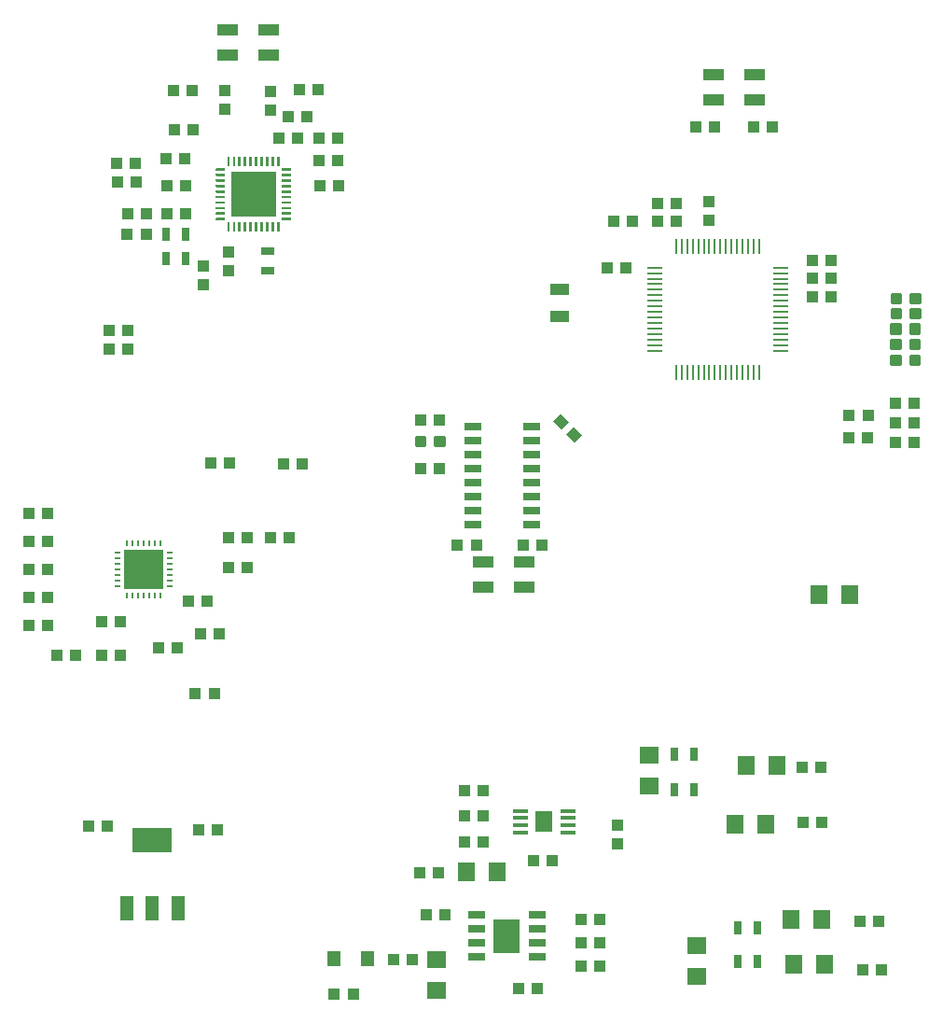
<source format=gbr>
G04 EAGLE Gerber X2 export*
%TF.Part,Single*%
%TF.FileFunction,Paste,Top*%
%TF.FilePolarity,Positive*%
%TF.GenerationSoftware,Autodesk,EAGLE,8.6.0*%
%TF.CreationDate,2018-06-10T17:56:49Z*%
G75*
%MOMM*%
%FSLAX34Y34*%
%LPD*%
%AMOC8*
5,1,8,0,0,1.08239X$1,22.5*%
G01*
%ADD10R,1.100000X1.000000*%
%ADD11R,3.600000X3.600000*%
%ADD12R,0.250000X0.600000*%
%ADD13R,0.600000X0.250000*%
%ADD14R,1.219200X2.235200*%
%ADD15R,3.600000X2.200000*%
%ADD16R,1.550000X0.650000*%
%ADD17R,2.410000X3.100000*%
%ADD18R,1.200000X1.400000*%
%ADD19R,0.800000X1.200000*%
%ADD20R,1.422400X0.431800*%
%ADD21R,1.574800X1.879600*%
%ADD22R,1.000000X1.100000*%
%ADD23R,0.838200X0.279400*%
%ADD24R,0.279400X0.838200*%
%ADD25R,4.140200X4.140200*%
%ADD26R,1.200000X0.800000*%
%ADD27R,1.900000X1.100000*%
%ADD28R,1.473200X0.279400*%
%ADD29R,0.279400X1.473200*%
%ADD30R,1.524000X0.635000*%
%ADD31C,0.300000*%
%ADD32R,1.800000X1.000000*%
%ADD33R,1.800000X1.600000*%
%ADD34R,1.600000X1.800000*%

G36*
X324106Y811019D02*
X324106Y811019D01*
X324108Y811018D01*
X325632Y812542D01*
X325632Y812545D01*
X325633Y812546D01*
X325633Y815340D01*
X325631Y815342D01*
X325632Y815344D01*
X324108Y816868D01*
X324105Y816868D01*
X324104Y816869D01*
X321310Y816869D01*
X321308Y816867D01*
X321306Y816868D01*
X319782Y815344D01*
X319782Y815342D01*
X319781Y815340D01*
X319781Y812546D01*
X319783Y812544D01*
X319782Y812542D01*
X321306Y811018D01*
X321309Y811018D01*
X321310Y811017D01*
X324104Y811017D01*
X324106Y811019D01*
G37*
G36*
X316232Y811019D02*
X316232Y811019D01*
X316234Y811018D01*
X317758Y812542D01*
X317758Y812545D01*
X317759Y812546D01*
X317759Y815340D01*
X317757Y815342D01*
X317758Y815344D01*
X316234Y816868D01*
X316231Y816868D01*
X316230Y816869D01*
X313436Y816869D01*
X313434Y816867D01*
X313432Y816868D01*
X311908Y815344D01*
X311908Y815342D01*
X311907Y815340D01*
X311907Y812546D01*
X311909Y812544D01*
X311908Y812542D01*
X313432Y811018D01*
X313435Y811018D01*
X313436Y811017D01*
X316230Y811017D01*
X316232Y811019D01*
G37*
G36*
X331980Y811019D02*
X331980Y811019D01*
X331982Y811018D01*
X333506Y812542D01*
X333506Y812545D01*
X333507Y812546D01*
X333507Y815340D01*
X333505Y815342D01*
X333506Y815344D01*
X331982Y816868D01*
X331979Y816868D01*
X331978Y816869D01*
X329184Y816869D01*
X329182Y816867D01*
X329180Y816868D01*
X327656Y815344D01*
X327656Y815342D01*
X327655Y815340D01*
X327655Y812546D01*
X327657Y812544D01*
X327656Y812542D01*
X329180Y811018D01*
X329183Y811018D01*
X329184Y811017D01*
X331978Y811017D01*
X331980Y811019D01*
G37*
G36*
X308358Y811019D02*
X308358Y811019D01*
X308360Y811018D01*
X309884Y812542D01*
X309884Y812545D01*
X309885Y812546D01*
X309885Y815340D01*
X309883Y815342D01*
X309884Y815344D01*
X308360Y816868D01*
X308357Y816868D01*
X308356Y816869D01*
X305562Y816869D01*
X305560Y816867D01*
X305558Y816868D01*
X304034Y815344D01*
X304034Y815342D01*
X304033Y815340D01*
X304033Y812546D01*
X304035Y812544D01*
X304034Y812542D01*
X305558Y811018D01*
X305561Y811018D01*
X305562Y811017D01*
X308356Y811017D01*
X308358Y811019D01*
G37*
G36*
X316232Y818893D02*
X316232Y818893D01*
X316234Y818892D01*
X317758Y820416D01*
X317758Y820419D01*
X317759Y820420D01*
X317759Y823214D01*
X317757Y823216D01*
X317758Y823218D01*
X316234Y824742D01*
X316231Y824742D01*
X316230Y824743D01*
X313436Y824743D01*
X313434Y824741D01*
X313432Y824742D01*
X311908Y823218D01*
X311908Y823216D01*
X311907Y823214D01*
X311907Y820420D01*
X311909Y820418D01*
X311908Y820416D01*
X313432Y818892D01*
X313435Y818892D01*
X313436Y818891D01*
X316230Y818891D01*
X316232Y818893D01*
G37*
G36*
X331980Y818893D02*
X331980Y818893D01*
X331982Y818892D01*
X333506Y820416D01*
X333506Y820419D01*
X333507Y820420D01*
X333507Y823214D01*
X333505Y823216D01*
X333506Y823218D01*
X331982Y824742D01*
X331979Y824742D01*
X331978Y824743D01*
X329184Y824743D01*
X329182Y824741D01*
X329180Y824742D01*
X327656Y823218D01*
X327656Y823216D01*
X327655Y823214D01*
X327655Y820420D01*
X327657Y820418D01*
X327656Y820416D01*
X329180Y818892D01*
X329183Y818892D01*
X329184Y818891D01*
X331978Y818891D01*
X331980Y818893D01*
G37*
G36*
X331980Y795271D02*
X331980Y795271D01*
X331982Y795270D01*
X333506Y796794D01*
X333506Y796797D01*
X333507Y796798D01*
X333507Y799592D01*
X333505Y799594D01*
X333506Y799596D01*
X331982Y801120D01*
X331979Y801120D01*
X331978Y801121D01*
X329184Y801121D01*
X329182Y801119D01*
X329180Y801120D01*
X327656Y799596D01*
X327656Y799594D01*
X327655Y799592D01*
X327655Y796798D01*
X327657Y796796D01*
X327656Y796794D01*
X329180Y795270D01*
X329183Y795270D01*
X329184Y795269D01*
X331978Y795269D01*
X331980Y795271D01*
G37*
G36*
X308358Y795271D02*
X308358Y795271D01*
X308360Y795270D01*
X309884Y796794D01*
X309884Y796797D01*
X309885Y796798D01*
X309885Y799592D01*
X309883Y799594D01*
X309884Y799596D01*
X308360Y801120D01*
X308357Y801120D01*
X308356Y801121D01*
X305562Y801121D01*
X305560Y801119D01*
X305558Y801120D01*
X304034Y799596D01*
X304034Y799594D01*
X304033Y799592D01*
X304033Y796798D01*
X304035Y796796D01*
X304034Y796794D01*
X305558Y795270D01*
X305561Y795270D01*
X305562Y795269D01*
X308356Y795269D01*
X308358Y795271D01*
G37*
G36*
X316232Y795271D02*
X316232Y795271D01*
X316234Y795270D01*
X317758Y796794D01*
X317758Y796797D01*
X317759Y796798D01*
X317759Y799592D01*
X317757Y799594D01*
X317758Y799596D01*
X316234Y801120D01*
X316231Y801120D01*
X316230Y801121D01*
X313436Y801121D01*
X313434Y801119D01*
X313432Y801120D01*
X311908Y799596D01*
X311908Y799594D01*
X311907Y799592D01*
X311907Y796798D01*
X311909Y796796D01*
X311908Y796794D01*
X313432Y795270D01*
X313435Y795270D01*
X313436Y795269D01*
X316230Y795269D01*
X316232Y795271D01*
G37*
G36*
X324106Y795271D02*
X324106Y795271D01*
X324108Y795270D01*
X325632Y796794D01*
X325632Y796797D01*
X325633Y796798D01*
X325633Y799592D01*
X325631Y799594D01*
X325632Y799596D01*
X324108Y801120D01*
X324105Y801120D01*
X324104Y801121D01*
X321310Y801121D01*
X321308Y801119D01*
X321306Y801120D01*
X319782Y799596D01*
X319782Y799594D01*
X319781Y799592D01*
X319781Y796798D01*
X319783Y796796D01*
X319782Y796794D01*
X321306Y795270D01*
X321309Y795270D01*
X321310Y795269D01*
X324104Y795269D01*
X324106Y795271D01*
G37*
G36*
X308358Y803145D02*
X308358Y803145D01*
X308360Y803144D01*
X309884Y804668D01*
X309884Y804671D01*
X309885Y804672D01*
X309885Y807466D01*
X309883Y807468D01*
X309884Y807470D01*
X308360Y808994D01*
X308357Y808994D01*
X308356Y808995D01*
X305562Y808995D01*
X305560Y808993D01*
X305558Y808994D01*
X304034Y807470D01*
X304034Y807468D01*
X304033Y807466D01*
X304033Y804672D01*
X304035Y804670D01*
X304034Y804668D01*
X305558Y803144D01*
X305561Y803144D01*
X305562Y803143D01*
X308356Y803143D01*
X308358Y803145D01*
G37*
G36*
X324106Y803145D02*
X324106Y803145D01*
X324108Y803144D01*
X325632Y804668D01*
X325632Y804671D01*
X325633Y804672D01*
X325633Y807466D01*
X325631Y807468D01*
X325632Y807470D01*
X324108Y808994D01*
X324105Y808994D01*
X324104Y808995D01*
X321310Y808995D01*
X321308Y808993D01*
X321306Y808994D01*
X319782Y807470D01*
X319782Y807468D01*
X319781Y807466D01*
X319781Y804672D01*
X319783Y804670D01*
X319782Y804668D01*
X321306Y803144D01*
X321309Y803144D01*
X321310Y803143D01*
X324104Y803143D01*
X324106Y803145D01*
G37*
G36*
X324106Y818893D02*
X324106Y818893D01*
X324108Y818892D01*
X325632Y820416D01*
X325632Y820419D01*
X325633Y820420D01*
X325633Y823214D01*
X325631Y823216D01*
X325632Y823218D01*
X324108Y824742D01*
X324105Y824742D01*
X324104Y824743D01*
X321310Y824743D01*
X321308Y824741D01*
X321306Y824742D01*
X319782Y823218D01*
X319782Y823216D01*
X319781Y823214D01*
X319781Y820420D01*
X319783Y820418D01*
X319782Y820416D01*
X321306Y818892D01*
X321309Y818892D01*
X321310Y818891D01*
X324104Y818891D01*
X324106Y818893D01*
G37*
G36*
X308358Y818893D02*
X308358Y818893D01*
X308360Y818892D01*
X309884Y820416D01*
X309884Y820419D01*
X309885Y820420D01*
X309885Y823214D01*
X309883Y823216D01*
X309884Y823218D01*
X308360Y824742D01*
X308357Y824742D01*
X308356Y824743D01*
X305562Y824743D01*
X305560Y824741D01*
X305558Y824742D01*
X304034Y823218D01*
X304034Y823216D01*
X304033Y823214D01*
X304033Y820420D01*
X304035Y820418D01*
X304034Y820416D01*
X305558Y818892D01*
X305561Y818892D01*
X305562Y818891D01*
X308356Y818891D01*
X308358Y818893D01*
G37*
G36*
X316232Y803145D02*
X316232Y803145D01*
X316234Y803144D01*
X317758Y804668D01*
X317758Y804671D01*
X317759Y804672D01*
X317759Y807466D01*
X317757Y807468D01*
X317758Y807470D01*
X316234Y808994D01*
X316231Y808994D01*
X316230Y808995D01*
X313436Y808995D01*
X313434Y808993D01*
X313432Y808994D01*
X311908Y807470D01*
X311908Y807468D01*
X311907Y807466D01*
X311907Y804672D01*
X311909Y804670D01*
X311908Y804668D01*
X313432Y803144D01*
X313435Y803144D01*
X313436Y803143D01*
X316230Y803143D01*
X316232Y803145D01*
G37*
G36*
X331980Y803145D02*
X331980Y803145D01*
X331982Y803144D01*
X333506Y804668D01*
X333506Y804671D01*
X333507Y804672D01*
X333507Y807466D01*
X333505Y807468D01*
X333506Y807470D01*
X331982Y808994D01*
X331979Y808994D01*
X331978Y808995D01*
X329184Y808995D01*
X329182Y808993D01*
X329180Y808994D01*
X327656Y807470D01*
X327656Y807468D01*
X327655Y807466D01*
X327655Y804672D01*
X327657Y804670D01*
X327656Y804668D01*
X329180Y803144D01*
X329183Y803144D01*
X329184Y803143D01*
X331978Y803143D01*
X331980Y803145D01*
G37*
G36*
X352557Y806449D02*
X352557Y806449D01*
X352557Y806450D01*
X352557Y808736D01*
X352553Y808741D01*
X352552Y808741D01*
X344424Y808741D01*
X344419Y808737D01*
X344419Y808736D01*
X344419Y806450D01*
X344423Y806445D01*
X344424Y806445D01*
X352552Y806445D01*
X352557Y806449D01*
G37*
G36*
X293121Y806449D02*
X293121Y806449D01*
X293121Y806450D01*
X293121Y808736D01*
X293117Y808741D01*
X293116Y808741D01*
X284988Y808741D01*
X284983Y808737D01*
X284983Y808736D01*
X284983Y806450D01*
X284987Y806445D01*
X284988Y806445D01*
X293116Y806445D01*
X293121Y806449D01*
G37*
G36*
X352557Y786383D02*
X352557Y786383D01*
X352557Y786384D01*
X352557Y788670D01*
X352553Y788675D01*
X352552Y788675D01*
X344424Y788675D01*
X344419Y788671D01*
X344419Y788670D01*
X344419Y786384D01*
X344423Y786379D01*
X344424Y786379D01*
X352552Y786379D01*
X352557Y786383D01*
G37*
G36*
X352557Y826261D02*
X352557Y826261D01*
X352557Y826262D01*
X352557Y828548D01*
X352553Y828553D01*
X352552Y828553D01*
X344424Y828553D01*
X344419Y828549D01*
X344419Y828548D01*
X344419Y826262D01*
X344423Y826257D01*
X344424Y826257D01*
X352552Y826257D01*
X352557Y826261D01*
G37*
G36*
X293121Y801369D02*
X293121Y801369D01*
X293121Y801370D01*
X293121Y803656D01*
X293117Y803661D01*
X293116Y803661D01*
X284988Y803661D01*
X284983Y803657D01*
X284983Y803656D01*
X284983Y801370D01*
X284987Y801365D01*
X284988Y801365D01*
X293116Y801365D01*
X293121Y801369D01*
G37*
G36*
X352557Y801369D02*
X352557Y801369D01*
X352557Y801370D01*
X352557Y803656D01*
X352553Y803661D01*
X352552Y803661D01*
X344424Y803661D01*
X344419Y803657D01*
X344419Y803656D01*
X344419Y801370D01*
X344423Y801365D01*
X344424Y801365D01*
X352552Y801365D01*
X352557Y801369D01*
G37*
G36*
X352557Y831341D02*
X352557Y831341D01*
X352557Y831342D01*
X352557Y833628D01*
X352553Y833633D01*
X352552Y833633D01*
X344424Y833633D01*
X344419Y833629D01*
X344419Y833628D01*
X344419Y831342D01*
X344423Y831337D01*
X344424Y831337D01*
X352552Y831337D01*
X352557Y831341D01*
G37*
G36*
X293121Y831341D02*
X293121Y831341D01*
X293121Y831342D01*
X293121Y833628D01*
X293117Y833633D01*
X293116Y833633D01*
X284988Y833633D01*
X284983Y833629D01*
X284983Y833628D01*
X284983Y831342D01*
X284987Y831337D01*
X284988Y831337D01*
X293116Y831337D01*
X293121Y831341D01*
G37*
G36*
X352557Y796289D02*
X352557Y796289D01*
X352557Y796290D01*
X352557Y798576D01*
X352553Y798581D01*
X352552Y798581D01*
X344424Y798581D01*
X344419Y798577D01*
X344419Y798576D01*
X344419Y796290D01*
X344423Y796285D01*
X344424Y796285D01*
X352552Y796285D01*
X352557Y796289D01*
G37*
G36*
X293121Y796289D02*
X293121Y796289D01*
X293121Y796290D01*
X293121Y798576D01*
X293117Y798581D01*
X293116Y798581D01*
X284988Y798581D01*
X284983Y798577D01*
X284983Y798576D01*
X284983Y796290D01*
X284987Y796285D01*
X284988Y796285D01*
X293116Y796285D01*
X293121Y796289D01*
G37*
G36*
X293121Y821435D02*
X293121Y821435D01*
X293121Y821436D01*
X293121Y823722D01*
X293117Y823727D01*
X293116Y823727D01*
X284988Y823727D01*
X284983Y823723D01*
X284983Y823722D01*
X284983Y821436D01*
X284987Y821431D01*
X284988Y821431D01*
X293116Y821431D01*
X293121Y821435D01*
G37*
G36*
X352557Y821435D02*
X352557Y821435D01*
X352557Y821436D01*
X352557Y823722D01*
X352553Y823727D01*
X352552Y823727D01*
X344424Y823727D01*
X344419Y823723D01*
X344419Y823722D01*
X344419Y821436D01*
X344423Y821431D01*
X344424Y821431D01*
X352552Y821431D01*
X352557Y821435D01*
G37*
G36*
X352557Y816355D02*
X352557Y816355D01*
X352557Y816356D01*
X352557Y818642D01*
X352553Y818647D01*
X352552Y818647D01*
X344424Y818647D01*
X344419Y818643D01*
X344419Y818642D01*
X344419Y816356D01*
X344423Y816351D01*
X344424Y816351D01*
X352552Y816351D01*
X352557Y816355D01*
G37*
G36*
X293121Y816355D02*
X293121Y816355D01*
X293121Y816356D01*
X293121Y818642D01*
X293117Y818647D01*
X293116Y818647D01*
X284988Y818647D01*
X284983Y818643D01*
X284983Y818642D01*
X284983Y816356D01*
X284987Y816351D01*
X284988Y816351D01*
X293116Y816351D01*
X293121Y816355D01*
G37*
G36*
X352557Y791463D02*
X352557Y791463D01*
X352557Y791464D01*
X352557Y793750D01*
X352553Y793755D01*
X352552Y793755D01*
X344424Y793755D01*
X344419Y793751D01*
X344419Y793750D01*
X344419Y791464D01*
X344423Y791459D01*
X344424Y791459D01*
X352552Y791459D01*
X352557Y791463D01*
G37*
G36*
X352557Y811275D02*
X352557Y811275D01*
X352557Y811276D01*
X352557Y813562D01*
X352553Y813567D01*
X352552Y813567D01*
X344424Y813567D01*
X344419Y813563D01*
X344419Y813562D01*
X344419Y811276D01*
X344423Y811271D01*
X344424Y811271D01*
X352552Y811271D01*
X352557Y811275D01*
G37*
G36*
X293121Y791463D02*
X293121Y791463D01*
X293121Y791464D01*
X293121Y793750D01*
X293117Y793755D01*
X293116Y793755D01*
X284988Y793755D01*
X284983Y793751D01*
X284983Y793750D01*
X284983Y791464D01*
X284987Y791459D01*
X284988Y791459D01*
X293116Y791459D01*
X293121Y791463D01*
G37*
G36*
X293121Y811275D02*
X293121Y811275D01*
X293121Y811276D01*
X293121Y813562D01*
X293117Y813567D01*
X293116Y813567D01*
X284988Y813567D01*
X284983Y813563D01*
X284983Y813562D01*
X284983Y811276D01*
X284987Y811271D01*
X284988Y811271D01*
X293116Y811271D01*
X293121Y811275D01*
G37*
G36*
X293121Y786383D02*
X293121Y786383D01*
X293121Y786384D01*
X293121Y788670D01*
X293117Y788675D01*
X293116Y788675D01*
X284988Y788675D01*
X284983Y788671D01*
X284983Y788670D01*
X284983Y786384D01*
X284987Y786379D01*
X284988Y786379D01*
X293116Y786379D01*
X293121Y786383D01*
G37*
G36*
X293121Y826261D02*
X293121Y826261D01*
X293121Y826262D01*
X293121Y828548D01*
X293117Y828553D01*
X293116Y828553D01*
X284988Y828553D01*
X284983Y828549D01*
X284983Y828548D01*
X284983Y826262D01*
X284987Y826257D01*
X284988Y826257D01*
X293116Y826257D01*
X293121Y826261D01*
G37*
G36*
X342397Y776223D02*
X342397Y776223D01*
X342397Y776224D01*
X342397Y784352D01*
X342393Y784357D01*
X342392Y784357D01*
X340106Y784357D01*
X340101Y784353D01*
X340101Y784352D01*
X340101Y776224D01*
X340105Y776219D01*
X340106Y776219D01*
X342392Y776219D01*
X342397Y776223D01*
G37*
G36*
X297439Y835659D02*
X297439Y835659D01*
X297439Y835660D01*
X297439Y843788D01*
X297435Y843793D01*
X297434Y843793D01*
X295148Y843793D01*
X295143Y843789D01*
X295143Y843788D01*
X295143Y835660D01*
X295147Y835655D01*
X295148Y835655D01*
X297434Y835655D01*
X297439Y835659D01*
G37*
G36*
X332491Y776223D02*
X332491Y776223D01*
X332491Y776224D01*
X332491Y784352D01*
X332487Y784357D01*
X332486Y784357D01*
X330200Y784357D01*
X330195Y784353D01*
X330195Y784352D01*
X330195Y776224D01*
X330199Y776219D01*
X330200Y776219D01*
X332486Y776219D01*
X332491Y776223D01*
G37*
G36*
X312425Y776223D02*
X312425Y776223D01*
X312425Y776224D01*
X312425Y784352D01*
X312421Y784357D01*
X312420Y784357D01*
X310134Y784357D01*
X310129Y784353D01*
X310129Y784352D01*
X310129Y776224D01*
X310133Y776219D01*
X310134Y776219D01*
X312420Y776219D01*
X312425Y776223D01*
G37*
G36*
X322331Y776223D02*
X322331Y776223D01*
X322331Y776224D01*
X322331Y784352D01*
X322327Y784357D01*
X322326Y784357D01*
X320040Y784357D01*
X320035Y784353D01*
X320035Y784352D01*
X320035Y776224D01*
X320039Y776219D01*
X320040Y776219D01*
X322326Y776219D01*
X322331Y776223D01*
G37*
G36*
X337317Y776223D02*
X337317Y776223D01*
X337317Y776224D01*
X337317Y784352D01*
X337313Y784357D01*
X337312Y784357D01*
X335026Y784357D01*
X335021Y784353D01*
X335021Y784352D01*
X335021Y776224D01*
X335025Y776219D01*
X335026Y776219D01*
X337312Y776219D01*
X337317Y776223D01*
G37*
G36*
X317505Y776223D02*
X317505Y776223D01*
X317505Y776224D01*
X317505Y784352D01*
X317501Y784357D01*
X317500Y784357D01*
X315214Y784357D01*
X315209Y784353D01*
X315209Y784352D01*
X315209Y776224D01*
X315213Y776219D01*
X315214Y776219D01*
X317500Y776219D01*
X317505Y776223D01*
G37*
G36*
X307345Y776223D02*
X307345Y776223D01*
X307345Y776224D01*
X307345Y784352D01*
X307341Y784357D01*
X307340Y784357D01*
X305054Y784357D01*
X305049Y784353D01*
X305049Y784352D01*
X305049Y776224D01*
X305053Y776219D01*
X305054Y776219D01*
X307340Y776219D01*
X307345Y776223D01*
G37*
G36*
X302519Y776223D02*
X302519Y776223D01*
X302519Y776224D01*
X302519Y784352D01*
X302515Y784357D01*
X302514Y784357D01*
X300228Y784357D01*
X300223Y784353D01*
X300223Y784352D01*
X300223Y776224D01*
X300227Y776219D01*
X300228Y776219D01*
X302514Y776219D01*
X302519Y776223D01*
G37*
G36*
X327411Y776223D02*
X327411Y776223D01*
X327411Y776224D01*
X327411Y784352D01*
X327407Y784357D01*
X327406Y784357D01*
X325120Y784357D01*
X325115Y784353D01*
X325115Y784352D01*
X325115Y776224D01*
X325119Y776219D01*
X325120Y776219D01*
X327406Y776219D01*
X327411Y776223D01*
G37*
G36*
X297439Y776223D02*
X297439Y776223D01*
X297439Y776224D01*
X297439Y784352D01*
X297435Y784357D01*
X297434Y784357D01*
X295148Y784357D01*
X295143Y784353D01*
X295143Y784352D01*
X295143Y776224D01*
X295147Y776219D01*
X295148Y776219D01*
X297434Y776219D01*
X297439Y776223D01*
G37*
G36*
X302519Y835659D02*
X302519Y835659D01*
X302519Y835660D01*
X302519Y843788D01*
X302515Y843793D01*
X302514Y843793D01*
X300228Y843793D01*
X300223Y843789D01*
X300223Y843788D01*
X300223Y835660D01*
X300227Y835655D01*
X300228Y835655D01*
X302514Y835655D01*
X302519Y835659D01*
G37*
G36*
X317505Y835659D02*
X317505Y835659D01*
X317505Y835660D01*
X317505Y843788D01*
X317501Y843793D01*
X317500Y843793D01*
X315214Y843793D01*
X315209Y843789D01*
X315209Y843788D01*
X315209Y835660D01*
X315213Y835655D01*
X315214Y835655D01*
X317500Y835655D01*
X317505Y835659D01*
G37*
G36*
X327411Y835659D02*
X327411Y835659D01*
X327411Y835660D01*
X327411Y843788D01*
X327407Y843793D01*
X327406Y843793D01*
X325120Y843793D01*
X325115Y843789D01*
X325115Y843788D01*
X325115Y835660D01*
X325119Y835655D01*
X325120Y835655D01*
X327406Y835655D01*
X327411Y835659D01*
G37*
G36*
X337317Y835659D02*
X337317Y835659D01*
X337317Y835660D01*
X337317Y843788D01*
X337313Y843793D01*
X337312Y843793D01*
X335026Y843793D01*
X335021Y843789D01*
X335021Y843788D01*
X335021Y835660D01*
X335025Y835655D01*
X335026Y835655D01*
X337312Y835655D01*
X337317Y835659D01*
G37*
G36*
X322331Y835659D02*
X322331Y835659D01*
X322331Y835660D01*
X322331Y843788D01*
X322327Y843793D01*
X322326Y843793D01*
X320040Y843793D01*
X320035Y843789D01*
X320035Y843788D01*
X320035Y835660D01*
X320039Y835655D01*
X320040Y835655D01*
X322326Y835655D01*
X322331Y835659D01*
G37*
G36*
X307345Y835659D02*
X307345Y835659D01*
X307345Y835660D01*
X307345Y843788D01*
X307341Y843793D01*
X307340Y843793D01*
X305054Y843793D01*
X305049Y843789D01*
X305049Y843788D01*
X305049Y835660D01*
X305053Y835655D01*
X305054Y835655D01*
X307340Y835655D01*
X307345Y835659D01*
G37*
G36*
X332491Y835659D02*
X332491Y835659D01*
X332491Y835660D01*
X332491Y843788D01*
X332487Y843793D01*
X332486Y843793D01*
X330200Y843793D01*
X330195Y843789D01*
X330195Y843788D01*
X330195Y835660D01*
X330199Y835655D01*
X330200Y835655D01*
X332486Y835655D01*
X332491Y835659D01*
G37*
G36*
X342397Y835659D02*
X342397Y835659D01*
X342397Y835660D01*
X342397Y843788D01*
X342393Y843793D01*
X342392Y843793D01*
X340106Y843793D01*
X340101Y843789D01*
X340101Y843788D01*
X340101Y835660D01*
X340105Y835655D01*
X340106Y835655D01*
X342392Y835655D01*
X342397Y835659D01*
G37*
G36*
X312425Y835659D02*
X312425Y835659D01*
X312425Y835660D01*
X312425Y843788D01*
X312421Y843793D01*
X312420Y843793D01*
X310134Y843793D01*
X310129Y843789D01*
X310129Y843788D01*
X310129Y835660D01*
X310133Y835655D01*
X310134Y835655D01*
X312420Y835655D01*
X312425Y835659D01*
G37*
G36*
X338841Y811021D02*
X338841Y811021D01*
X338841Y811022D01*
X338841Y816864D01*
X338837Y816869D01*
X338836Y816869D01*
X337058Y816869D01*
X337056Y816867D01*
X337054Y816868D01*
X335530Y815344D01*
X335530Y815342D01*
X335529Y815340D01*
X335529Y812546D01*
X335531Y812544D01*
X335530Y812542D01*
X337054Y811018D01*
X337057Y811018D01*
X337058Y811017D01*
X338836Y811017D01*
X338841Y811021D01*
G37*
G36*
X338841Y818895D02*
X338841Y818895D01*
X338841Y818896D01*
X338841Y824738D01*
X338837Y824743D01*
X338836Y824743D01*
X337058Y824743D01*
X337056Y824741D01*
X337054Y824742D01*
X335530Y823218D01*
X335530Y823216D01*
X335529Y823214D01*
X335529Y820420D01*
X335531Y820418D01*
X335530Y820416D01*
X337054Y818892D01*
X337057Y818892D01*
X337058Y818891D01*
X338836Y818891D01*
X338841Y818895D01*
G37*
G36*
X338841Y803147D02*
X338841Y803147D01*
X338841Y803148D01*
X338841Y808990D01*
X338837Y808995D01*
X338836Y808995D01*
X337058Y808995D01*
X337056Y808993D01*
X337054Y808994D01*
X335530Y807470D01*
X335530Y807468D01*
X335529Y807466D01*
X335529Y804672D01*
X335531Y804670D01*
X335530Y804668D01*
X337054Y803144D01*
X337057Y803144D01*
X337058Y803143D01*
X338836Y803143D01*
X338841Y803147D01*
G37*
G36*
X338841Y795273D02*
X338841Y795273D01*
X338841Y795274D01*
X338841Y801116D01*
X338837Y801121D01*
X338836Y801121D01*
X337058Y801121D01*
X337056Y801119D01*
X337054Y801120D01*
X335530Y799596D01*
X335530Y799594D01*
X335529Y799592D01*
X335529Y796798D01*
X335531Y796796D01*
X335530Y796794D01*
X337054Y795270D01*
X337057Y795270D01*
X337058Y795269D01*
X338836Y795269D01*
X338841Y795273D01*
G37*
G36*
X308358Y826767D02*
X308358Y826767D01*
X308360Y826766D01*
X309884Y828290D01*
X309884Y828293D01*
X309885Y828294D01*
X309885Y830072D01*
X309881Y830077D01*
X309880Y830077D01*
X304038Y830077D01*
X304033Y830073D01*
X304033Y830072D01*
X304033Y828294D01*
X304035Y828292D01*
X304034Y828290D01*
X305558Y826766D01*
X305561Y826766D01*
X305562Y826765D01*
X308356Y826765D01*
X308358Y826767D01*
G37*
G36*
X331980Y826767D02*
X331980Y826767D01*
X331982Y826766D01*
X333506Y828290D01*
X333506Y828293D01*
X333507Y828294D01*
X333507Y830072D01*
X333503Y830077D01*
X333502Y830077D01*
X327660Y830077D01*
X327655Y830073D01*
X327655Y830072D01*
X327655Y828294D01*
X327657Y828292D01*
X327656Y828290D01*
X329180Y826766D01*
X329183Y826766D01*
X329184Y826765D01*
X331978Y826765D01*
X331980Y826767D01*
G37*
G36*
X316232Y826767D02*
X316232Y826767D01*
X316234Y826766D01*
X317758Y828290D01*
X317758Y828293D01*
X317759Y828294D01*
X317759Y830072D01*
X317755Y830077D01*
X317754Y830077D01*
X311912Y830077D01*
X311907Y830073D01*
X311907Y830072D01*
X311907Y828294D01*
X311909Y828292D01*
X311908Y828290D01*
X313432Y826766D01*
X313435Y826766D01*
X313436Y826765D01*
X316230Y826765D01*
X316232Y826767D01*
G37*
G36*
X324106Y826767D02*
X324106Y826767D01*
X324108Y826766D01*
X325632Y828290D01*
X325632Y828293D01*
X325633Y828294D01*
X325633Y830072D01*
X325629Y830077D01*
X325628Y830077D01*
X319786Y830077D01*
X319781Y830073D01*
X319781Y830072D01*
X319781Y828294D01*
X319783Y828292D01*
X319782Y828290D01*
X321306Y826766D01*
X321309Y826766D01*
X321310Y826765D01*
X324104Y826765D01*
X324106Y826767D01*
G37*
G36*
X317759Y789939D02*
X317759Y789939D01*
X317759Y789940D01*
X317759Y791718D01*
X317757Y791720D01*
X317758Y791722D01*
X316234Y793246D01*
X316231Y793246D01*
X316230Y793247D01*
X313436Y793247D01*
X313434Y793245D01*
X313432Y793246D01*
X311908Y791722D01*
X311908Y791720D01*
X311908Y791719D01*
X311907Y791718D01*
X311907Y789940D01*
X311911Y789935D01*
X311912Y789935D01*
X317754Y789935D01*
X317759Y789939D01*
G37*
G36*
X309885Y789939D02*
X309885Y789939D01*
X309885Y789940D01*
X309885Y791718D01*
X309883Y791720D01*
X309884Y791722D01*
X308360Y793246D01*
X308357Y793246D01*
X308356Y793247D01*
X305562Y793247D01*
X305560Y793245D01*
X305558Y793246D01*
X304034Y791722D01*
X304034Y791720D01*
X304034Y791719D01*
X304033Y791718D01*
X304033Y789940D01*
X304037Y789935D01*
X304038Y789935D01*
X309880Y789935D01*
X309885Y789939D01*
G37*
G36*
X333507Y789939D02*
X333507Y789939D01*
X333507Y789940D01*
X333507Y791718D01*
X333505Y791720D01*
X333506Y791722D01*
X331982Y793246D01*
X331979Y793246D01*
X331978Y793247D01*
X329184Y793247D01*
X329182Y793245D01*
X329180Y793246D01*
X327656Y791722D01*
X327656Y791720D01*
X327656Y791719D01*
X327655Y791718D01*
X327655Y789940D01*
X327659Y789935D01*
X327660Y789935D01*
X333502Y789935D01*
X333507Y789939D01*
G37*
G36*
X325633Y789939D02*
X325633Y789939D01*
X325633Y789940D01*
X325633Y791718D01*
X325631Y791720D01*
X325632Y791722D01*
X324108Y793246D01*
X324105Y793246D01*
X324104Y793247D01*
X321310Y793247D01*
X321308Y793245D01*
X321306Y793246D01*
X319782Y791722D01*
X319782Y791720D01*
X319782Y791719D01*
X319781Y791718D01*
X319781Y789940D01*
X319785Y789935D01*
X319786Y789935D01*
X325628Y789935D01*
X325633Y789939D01*
G37*
G36*
X300484Y803145D02*
X300484Y803145D01*
X300486Y803144D01*
X302010Y804668D01*
X302010Y804671D01*
X302011Y804672D01*
X302011Y807466D01*
X302009Y807468D01*
X302010Y807470D01*
X300486Y808994D01*
X300483Y808994D01*
X300482Y808995D01*
X298704Y808995D01*
X298699Y808991D01*
X298699Y808990D01*
X298699Y803148D01*
X298703Y803143D01*
X298704Y803143D01*
X300482Y803143D01*
X300484Y803145D01*
G37*
G36*
X300484Y818893D02*
X300484Y818893D01*
X300486Y818892D01*
X302010Y820416D01*
X302010Y820419D01*
X302011Y820420D01*
X302011Y823214D01*
X302009Y823216D01*
X302010Y823218D01*
X300486Y824742D01*
X300483Y824742D01*
X300482Y824743D01*
X298704Y824743D01*
X298699Y824739D01*
X298699Y824738D01*
X298699Y818896D01*
X298703Y818891D01*
X298704Y818891D01*
X300482Y818891D01*
X300484Y818893D01*
G37*
G36*
X300484Y811019D02*
X300484Y811019D01*
X300486Y811018D01*
X302010Y812542D01*
X302010Y812545D01*
X302011Y812546D01*
X302011Y815340D01*
X302009Y815342D01*
X302010Y815344D01*
X300486Y816868D01*
X300483Y816868D01*
X300482Y816869D01*
X298704Y816869D01*
X298699Y816865D01*
X298699Y816864D01*
X298699Y811022D01*
X298703Y811017D01*
X298704Y811017D01*
X300482Y811017D01*
X300484Y811019D01*
G37*
G36*
X300484Y795271D02*
X300484Y795271D01*
X300486Y795270D01*
X302010Y796794D01*
X302010Y796797D01*
X302011Y796798D01*
X302011Y799592D01*
X302009Y799594D01*
X302010Y799596D01*
X300486Y801120D01*
X300483Y801120D01*
X300482Y801121D01*
X298704Y801121D01*
X298699Y801117D01*
X298699Y801116D01*
X298699Y795274D01*
X298703Y795269D01*
X298704Y795269D01*
X300482Y795269D01*
X300484Y795271D01*
G37*
G36*
X338841Y826769D02*
X338841Y826769D01*
X338841Y826770D01*
X338841Y830072D01*
X338837Y830077D01*
X338836Y830077D01*
X335534Y830077D01*
X335529Y830073D01*
X335529Y830072D01*
X335529Y828294D01*
X335531Y828292D01*
X335530Y828290D01*
X337054Y826766D01*
X337057Y826766D01*
X337058Y826765D01*
X338836Y826765D01*
X338841Y826769D01*
G37*
G36*
X338841Y789939D02*
X338841Y789939D01*
X338841Y789940D01*
X338841Y793242D01*
X338837Y793247D01*
X338836Y793247D01*
X337058Y793247D01*
X337056Y793245D01*
X337054Y793246D01*
X335530Y791722D01*
X335530Y791720D01*
X335530Y791719D01*
X335529Y791718D01*
X335529Y789940D01*
X335533Y789935D01*
X335534Y789935D01*
X338836Y789935D01*
X338841Y789939D01*
G37*
G36*
X300484Y826767D02*
X300484Y826767D01*
X300486Y826766D01*
X302010Y828290D01*
X302010Y828293D01*
X302011Y828294D01*
X302011Y830072D01*
X302007Y830077D01*
X302006Y830077D01*
X298704Y830077D01*
X298699Y830073D01*
X298699Y830072D01*
X298699Y826770D01*
X298703Y826765D01*
X298704Y826765D01*
X300482Y826765D01*
X300484Y826767D01*
G37*
G36*
X302011Y789939D02*
X302011Y789939D01*
X302011Y789940D01*
X302011Y791718D01*
X302009Y791720D01*
X302010Y791722D01*
X300486Y793246D01*
X300483Y793246D01*
X300482Y793247D01*
X298704Y793247D01*
X298699Y793243D01*
X298699Y793242D01*
X298699Y789940D01*
X298703Y789935D01*
X298704Y789935D01*
X302006Y789935D01*
X302011Y789939D01*
G37*
D10*
X169300Y236538D03*
X186300Y236538D03*
X285995Y233680D03*
X268995Y233680D03*
D11*
X219075Y469900D03*
D12*
X219075Y493900D03*
X224075Y493900D03*
X229075Y493900D03*
X234075Y493900D03*
X214075Y493900D03*
X209075Y493900D03*
X204075Y493900D03*
X219075Y445900D03*
X224075Y445900D03*
X229075Y445900D03*
X234075Y445900D03*
D13*
X243075Y469900D03*
X243075Y464900D03*
X243075Y459900D03*
X243075Y454900D03*
X243075Y474900D03*
X243075Y479900D03*
X243075Y484900D03*
X195075Y469900D03*
X195075Y464900D03*
X195075Y459900D03*
X195075Y454900D03*
X195075Y474900D03*
X195075Y479900D03*
X195075Y484900D03*
D12*
X214075Y445900D03*
X209075Y445900D03*
X204075Y445900D03*
D10*
X266138Y357188D03*
X283138Y357188D03*
D14*
X203899Y162687D03*
X227013Y162687D03*
X250127Y162687D03*
D15*
X227013Y224665D03*
D10*
X345830Y565468D03*
X362830Y565468D03*
X296790Y566420D03*
X279790Y566420D03*
X296300Y471488D03*
X313300Y471488D03*
X296300Y498475D03*
X313300Y498475D03*
X334400Y498475D03*
X351400Y498475D03*
X259788Y441325D03*
X276788Y441325D03*
X270900Y411163D03*
X287900Y411163D03*
X157408Y392113D03*
X140408Y392113D03*
X198048Y421958D03*
X181048Y421958D03*
X181365Y391795D03*
X198365Y391795D03*
X114690Y520700D03*
X131690Y520700D03*
X114690Y495300D03*
X131690Y495300D03*
X114690Y469900D03*
X131690Y469900D03*
X114690Y444500D03*
X131690Y444500D03*
X114690Y419100D03*
X131690Y419100D03*
X232800Y398463D03*
X249800Y398463D03*
X559698Y89662D03*
X576698Y89662D03*
D16*
X521644Y156210D03*
X521644Y143510D03*
X521644Y130810D03*
X521644Y118110D03*
X576144Y118110D03*
X576144Y130810D03*
X576144Y143510D03*
X576144Y156210D03*
D17*
X548894Y137160D03*
D10*
X616594Y109728D03*
X633594Y109728D03*
X633340Y152654D03*
X616340Y152654D03*
X492624Y156210D03*
X475624Y156210D03*
X633340Y130810D03*
X616340Y130810D03*
D18*
X422162Y116586D03*
X392162Y116586D03*
D10*
X409312Y84582D03*
X392312Y84582D03*
D19*
X758334Y144272D03*
X776334Y144272D03*
X758588Y114554D03*
X776588Y114554D03*
D10*
X869578Y150876D03*
X886578Y150876D03*
X871610Y106680D03*
X888610Y106680D03*
D20*
X560832Y250698D03*
X560832Y244348D03*
X560832Y237744D03*
X560832Y231394D03*
X604520Y231394D03*
X604520Y237744D03*
X604520Y244348D03*
X604520Y250698D03*
D21*
X582676Y241046D03*
D22*
X648970Y237608D03*
X648970Y220608D03*
D10*
X527168Y269240D03*
X510168Y269240D03*
X510168Y222504D03*
X527168Y222504D03*
X510168Y245872D03*
X527168Y245872D03*
X572906Y205740D03*
X589906Y205740D03*
X462906Y116078D03*
X445906Y116078D03*
X486528Y194818D03*
X469528Y194818D03*
D19*
X700676Y269748D03*
X718676Y269748D03*
X700676Y302514D03*
X718676Y302514D03*
D10*
X817508Y240030D03*
X834508Y240030D03*
X817254Y290068D03*
X834254Y290068D03*
D23*
X289020Y832506D03*
X289020Y827506D03*
X289020Y822506D03*
X289020Y817506D03*
X289020Y812506D03*
X289020Y807506D03*
X289020Y802506D03*
X289020Y797506D03*
X289020Y792506D03*
X289020Y787506D03*
D24*
X296264Y780256D03*
X301266Y780256D03*
X306267Y780256D03*
X311268Y780256D03*
X316269Y780256D03*
X321271Y780256D03*
X326272Y780256D03*
X331273Y780256D03*
X336274Y780256D03*
X341276Y780256D03*
D23*
X348520Y787506D03*
X348520Y792506D03*
X348520Y797506D03*
X348520Y802506D03*
X348520Y807506D03*
X348520Y812506D03*
X348520Y817506D03*
X348520Y822506D03*
X348520Y827506D03*
X348520Y832506D03*
D24*
X341276Y839756D03*
X336274Y839756D03*
X331273Y839756D03*
X326272Y839756D03*
X321271Y839756D03*
X316269Y839756D03*
X311268Y839756D03*
X306267Y839756D03*
X301266Y839756D03*
X296264Y839756D03*
D25*
X318770Y810006D03*
D22*
X296418Y757800D03*
X296418Y740800D03*
D26*
X331470Y758808D03*
X331470Y740808D03*
D10*
X239658Y842518D03*
X256658Y842518D03*
D19*
X239666Y773684D03*
X257666Y773684D03*
D10*
X378342Y860806D03*
X395342Y860806D03*
X264024Y868934D03*
X247024Y868934D03*
D19*
X257666Y751586D03*
X239666Y751586D03*
D10*
X240166Y817626D03*
X257166Y817626D03*
X195208Y820928D03*
X212208Y820928D03*
X194954Y837692D03*
X211954Y837692D03*
X187588Y686308D03*
X204588Y686308D03*
X187588Y669544D03*
X204588Y669544D03*
D27*
X295444Y936174D03*
X332444Y959174D03*
X295444Y959174D03*
X332444Y936174D03*
D22*
X292608Y886850D03*
X292608Y903850D03*
X334518Y903342D03*
X334518Y886342D03*
D10*
X246262Y904240D03*
X263262Y904240D03*
X360308Y905002D03*
X377308Y905002D03*
X378088Y840232D03*
X395088Y840232D03*
X396104Y817626D03*
X379104Y817626D03*
X350656Y880364D03*
X367656Y880364D03*
X342020Y860806D03*
X359020Y860806D03*
D22*
X273558Y745354D03*
X273558Y728354D03*
D10*
X257420Y792480D03*
X240420Y792480D03*
X222114Y792480D03*
X205114Y792480D03*
X221352Y773684D03*
X204352Y773684D03*
D28*
X683006Y743458D03*
X683006Y738378D03*
X683006Y733298D03*
X683006Y728472D03*
X683006Y723392D03*
X683006Y718312D03*
X683006Y713486D03*
X683006Y708406D03*
X683006Y703326D03*
X683006Y698246D03*
X683006Y693420D03*
X683006Y688340D03*
X683006Y683260D03*
X683006Y678434D03*
X683006Y673354D03*
X683006Y668274D03*
D29*
X702564Y648716D03*
X707644Y648716D03*
X712724Y648716D03*
X717550Y648716D03*
X722630Y648716D03*
X727710Y648716D03*
X732536Y648716D03*
X737616Y648716D03*
X742696Y648716D03*
X747776Y648716D03*
X752602Y648716D03*
X757682Y648716D03*
X762762Y648716D03*
X767588Y648716D03*
X772668Y648716D03*
X777748Y648716D03*
D28*
X797306Y668274D03*
X797306Y673354D03*
X797306Y678434D03*
X797306Y683260D03*
X797306Y688340D03*
X797306Y693420D03*
X797306Y698246D03*
X797306Y703326D03*
X797306Y708406D03*
X797306Y713486D03*
X797306Y718312D03*
X797306Y723392D03*
X797306Y728472D03*
X797306Y733298D03*
X797306Y738378D03*
X797306Y743458D03*
D29*
X777748Y763016D03*
X772668Y763016D03*
X767588Y763016D03*
X762762Y763016D03*
X757682Y763016D03*
X752602Y763016D03*
X747776Y763016D03*
X742696Y763016D03*
X737616Y763016D03*
X732536Y763016D03*
X727710Y763016D03*
X722630Y763016D03*
X717550Y763016D03*
X712724Y763016D03*
X707644Y763016D03*
X702564Y763016D03*
D30*
X517880Y586232D03*
X571780Y560832D03*
X517880Y598932D03*
X517880Y573532D03*
X517880Y560832D03*
X571780Y573532D03*
X571780Y548132D03*
X571780Y535432D03*
X517880Y535432D03*
X571780Y510032D03*
X517880Y548132D03*
X517880Y522732D03*
X571780Y522732D03*
X517880Y510032D03*
X571780Y586232D03*
X571780Y598932D03*
D10*
G36*
X609669Y599330D02*
X617446Y591553D01*
X610375Y584482D01*
X602598Y592259D01*
X609669Y599330D01*
G37*
G36*
X597649Y611350D02*
X605426Y603573D01*
X598355Y596502D01*
X590578Y604279D01*
X597649Y611350D01*
G37*
X487798Y560832D03*
X470798Y560832D03*
D31*
X474028Y581970D02*
X474028Y588970D01*
X474028Y581970D02*
X467028Y581970D01*
X467028Y588970D01*
X474028Y588970D01*
X474028Y584969D02*
X467028Y584969D01*
X467028Y587968D02*
X474028Y587968D01*
X491568Y588970D02*
X491568Y581970D01*
X484568Y581970D01*
X484568Y588970D01*
X491568Y588970D01*
X491568Y584969D02*
X484568Y584969D01*
X484568Y587968D02*
X491568Y587968D01*
D10*
X470544Y605536D03*
X487544Y605536D03*
D27*
X527346Y453828D03*
X564346Y476828D03*
X527346Y476828D03*
X564346Y453828D03*
D10*
X564016Y491998D03*
X581016Y491998D03*
X521072Y491744D03*
X504072Y491744D03*
X656962Y743204D03*
X639962Y743204D03*
X702682Y801878D03*
X685682Y801878D03*
X702682Y785368D03*
X685682Y785368D03*
D32*
X597154Y698954D03*
X597154Y723954D03*
D27*
X773896Y918788D03*
X736896Y895788D03*
X773896Y895788D03*
X736896Y918788D03*
D10*
X720226Y871474D03*
X737226Y871474D03*
X790058Y871220D03*
X773058Y871220D03*
X646058Y785368D03*
X663058Y785368D03*
D22*
X732536Y786266D03*
X732536Y803266D03*
D10*
X826398Y717042D03*
X843398Y717042D03*
X826144Y733552D03*
X843144Y733552D03*
X825890Y750316D03*
X842890Y750316D03*
D31*
X905574Y662630D02*
X905574Y655630D01*
X898574Y655630D01*
X898574Y662630D01*
X905574Y662630D01*
X905574Y658629D02*
X898574Y658629D01*
X898574Y661628D02*
X905574Y661628D01*
X923114Y662630D02*
X923114Y655630D01*
X916114Y655630D01*
X916114Y662630D01*
X923114Y662630D01*
X923114Y658629D02*
X916114Y658629D01*
X916114Y661628D02*
X923114Y661628D01*
X905574Y670362D02*
X905574Y677362D01*
X905574Y670362D02*
X898574Y670362D01*
X898574Y677362D01*
X905574Y677362D01*
X905574Y673361D02*
X898574Y673361D01*
X898574Y676360D02*
X905574Y676360D01*
X923114Y677362D02*
X923114Y670362D01*
X916114Y670362D01*
X916114Y677362D01*
X923114Y677362D01*
X923114Y673361D02*
X916114Y673361D01*
X916114Y676360D02*
X923114Y676360D01*
X905574Y684332D02*
X905574Y691332D01*
X905574Y684332D02*
X898574Y684332D01*
X898574Y691332D01*
X905574Y691332D01*
X905574Y687331D02*
X898574Y687331D01*
X898574Y690330D02*
X905574Y690330D01*
X923114Y691332D02*
X923114Y684332D01*
X916114Y684332D01*
X916114Y691332D01*
X923114Y691332D01*
X923114Y687331D02*
X916114Y687331D01*
X916114Y690330D02*
X923114Y690330D01*
X905828Y698302D02*
X905828Y705302D01*
X905828Y698302D02*
X898828Y698302D01*
X898828Y705302D01*
X905828Y705302D01*
X905828Y701301D02*
X898828Y701301D01*
X898828Y704300D02*
X905828Y704300D01*
X923368Y705302D02*
X923368Y698302D01*
X916368Y698302D01*
X916368Y705302D01*
X923368Y705302D01*
X923368Y701301D02*
X916368Y701301D01*
X916368Y704300D02*
X923368Y704300D01*
X905828Y712018D02*
X905828Y719018D01*
X905828Y712018D02*
X898828Y712018D01*
X898828Y719018D01*
X905828Y719018D01*
X905828Y715017D02*
X898828Y715017D01*
X898828Y718016D02*
X905828Y718016D01*
X923368Y719018D02*
X923368Y712018D01*
X916368Y712018D01*
X916368Y719018D01*
X923368Y719018D01*
X923368Y715017D02*
X916368Y715017D01*
X916368Y718016D02*
X923368Y718016D01*
D10*
X859418Y589534D03*
X876418Y589534D03*
X859672Y609600D03*
X876672Y609600D03*
X901582Y620268D03*
X918582Y620268D03*
X901836Y602488D03*
X918836Y602488D03*
X901836Y585216D03*
X918836Y585216D03*
D33*
X485140Y115600D03*
X485140Y87600D03*
D34*
X511780Y195580D03*
X539780Y195580D03*
D33*
X721360Y128300D03*
X721360Y100300D03*
X678180Y301020D03*
X678180Y273020D03*
D34*
X806420Y152400D03*
X834420Y152400D03*
X808960Y111760D03*
X836960Y111760D03*
X755620Y238760D03*
X783620Y238760D03*
X765780Y292100D03*
X793780Y292100D03*
X831820Y447040D03*
X859820Y447040D03*
M02*

</source>
